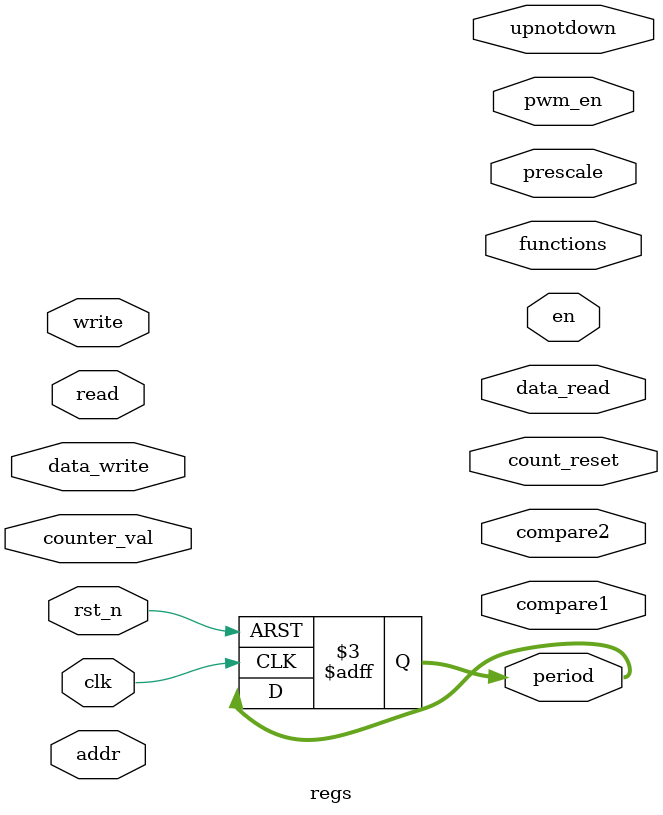
<source format=v>
module regs (
    // peripheral clock signals
    input clk,
    input rst_n,
    // decoder facing signals
    input read,
    input write,
    input[5:0] addr,
    output[7:0] data_read,
    input[7:0] data_write,
    // counter programming signals
    input[15:0] counter_val,
    output[15:0] period,
    output en,
    output count_reset,
    output upnotdown,
    output[7:0] prescale,
    // PWM signal programming values
    output pwm_en,
    output[7:0] functions,
    output[15:0] compare1,
    output[15:0] compare2
);

/*
    All registers that appear in this block should be similar to this. Please try to abide
    to sizes as specified in the architecture documentation.
*/
reg[15:0] period;
always@(posedge clk or negedge rst_n) begin
    if(!rst_n)
        period <= 16'h0000;
    else begin
        // Here should be the rest of the implementation
    end
end



endmodule
</source>
